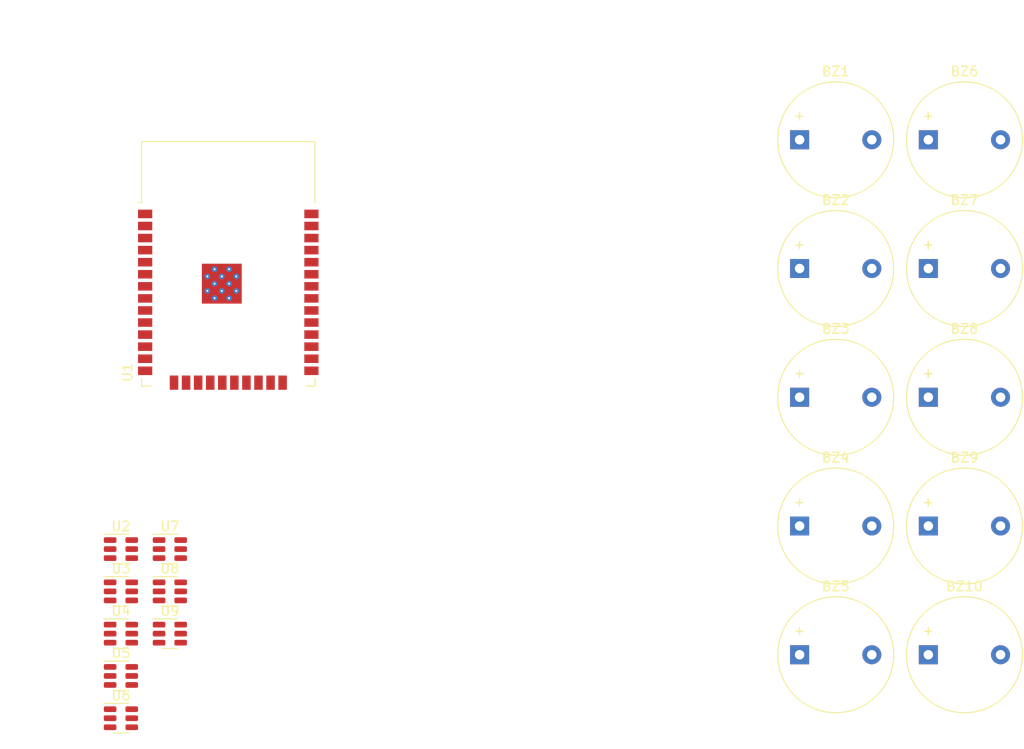
<source format=kicad_pcb>
(kicad_pcb (version 20221018) (generator pcbnew)
  (layers (0 "F.Cu" signal) (31 "B.Cu" signal) (34 "B.Paste" user) (35 "F.Paste" user) (36 "B.SilkS" user "B.Silkscreen") (37 "F.SilkS" user "F.Silkscreen") (38 "B.Mask" user) (39 "F.Mask" user) (44 "Edge.Cuts" user))
  (net 0 "")
  (net 1 "GND")
  (net 2 "+3.3V")
  (net 10 "Net-(BZ1--)")
  (net 32 "Net-(U1-IO21)")
  (net 35 "Net-(U1-IO22)")
  (footprint "Buzzer_Beeper:Buzzer_12x9.5RM7.6" (layer "F.Cu") (at 212.53 66.03)
    (fp_text reference "BZ2" (at 3.8 -7.2) (layer "F.SilkS"))
    (fp_text value "Buzzer")
    (fp_text user "+" (at -0.01 -2.54) (layer "F.SilkS"))
    (fp_circle (center 3.8 0) (end 9.9 0) (stroke (width 0.12)) (fill none) (layer "F.SilkS"))
    (pad "1" thru_hole rect (at 0 0) (size 2 2) (drill 1) (layers "*.Cu" "*.Mask") (net 10 "Net-(BZ1--)"))
    (pad "2" thru_hole circle (at 7.6 0) (size 2 2) (drill 1) (layers "*.Cu" "*.Mask") (net 1 "GND"))
  )
  (footprint "Package_TO_SOT_SMD:SOT-23-6" (layer "F.Cu") (at 146.2525 95.56)
    (fp_text reference "U7" (at 0 -2.4) (layer "F.SilkS"))
    (fp_text value "TMP100")
    (fp_line (start 0 -1.56) (end -1.8 -1.56) (stroke (width 0.12)) (layer "F.SilkS"))
    (fp_line (start 0 -1.56) (end 0.8 -1.56) (stroke (width 0.12)) (layer "F.SilkS"))
    (fp_line (start 0 1.56) (end -0.8 1.56) (stroke (width 0.12)) (layer "F.SilkS"))
    (fp_line (start 0 1.56) (end 0.8 1.56) (stroke (width 0.12)) (layer "F.SilkS"))
    (pad "1" smd roundrect (at -1.1375 -0.95) (size 1.325 0.6) (layers "F.Cu" "F.Paste" "F.Mask") (net 35 "Net-(U1-IO22)"))
    (pad "2" smd roundrect (at -1.1375 0) (size 1.325 0.6) (layers "F.Cu" "F.Paste" "F.Mask") (net 1 "GND"))
    (pad "3" smd roundrect (at -1.1375 0.95) (size 1.325 0.6) (layers "F.Cu" "F.Paste" "F.Mask") (net 1 "GND"))
    (pad "4" smd roundrect (at 1.1375 0.95) (size 1.325 0.6) (layers "F.Cu" "F.Paste" "F.Mask") (net 2 "+3.3V"))
    (pad "5" smd roundrect (at 1.1375 0) (size 1.325 0.6) (layers "F.Cu" "F.Paste" "F.Mask") (net 2 "+3.3V"))
    (pad "6" smd roundrect (at 1.1375 -0.95) (size 1.325 0.6) (layers "F.Cu" "F.Paste" "F.Mask") (net 32 "Net-(U1-IO21)"))
  )
  (footprint "Package_TO_SOT_SMD:SOT-23-6" (layer "F.Cu") (at 141.1025 95.56)
    (fp_text reference "U2" (at 0 -2.4) (layer "F.SilkS"))
    (fp_text value "TMP100")
    (fp_line (start 0 -1.56) (end -1.8 -1.56) (stroke (width 0.12)) (layer "F.SilkS"))
    (fp_line (start 0 -1.56) (end 0.8 -1.56) (stroke (width 0.12)) (layer "F.SilkS"))
    (fp_line (start 0 1.56) (end -0.8 1.56) (stroke (width 0.12)) (layer "F.SilkS"))
    (fp_line (start 0 1.56) (end 0.8 1.56) (stroke (width 0.12)) (layer "F.SilkS"))
    (pad "1" smd roundrect (at -1.1375 -0.95) (size 1.325 0.6) (layers "F.Cu" "F.Paste" "F.Mask") (net 35 "Net-(U1-IO22)"))
    (pad "2" smd roundrect (at -1.1375 0) (size 1.325 0.6) (layers "F.Cu" "F.Paste" "F.Mask") (net 1 "GND"))
    (pad "3" smd roundrect (at -1.1375 0.95) (size 1.325 0.6) (layers "F.Cu" "F.Paste" "F.Mask"))
    (pad "4" smd roundrect (at 1.1375 0.95) (size 1.325 0.6) (layers "F.Cu" "F.Paste" "F.Mask") (net 2 "+3.3V"))
    (pad "5" smd roundrect (at 1.1375 0) (size 1.325 0.6) (layers "F.Cu" "F.Paste" "F.Mask") (net 2 "+3.3V"))
    (pad "6" smd roundrect (at 1.1375 -0.95) (size 1.325 0.6) (layers "F.Cu" "F.Paste" "F.Mask") (net 32 "Net-(U1-IO21)"))
  )
  (footprint "Buzzer_Beeper:Buzzer_12x9.5RM7.6" (layer "F.Cu") (at 212.53 106.68)
    (fp_text reference "BZ5" (at 3.8 -7.2) (layer "F.SilkS"))
    (fp_text value "Buzzer")
    (fp_text user "+" (at -0.01 -2.54) (layer "F.SilkS"))
    (fp_circle (center 3.8 0) (end 9.9 0) (stroke (width 0.12)) (fill none) (layer "F.SilkS"))
    (pad "1" thru_hole rect (at 0 0) (size 2 2) (drill 1) (layers "*.Cu" "*.Mask") (net 10 "Net-(BZ1--)"))
    (pad "2" thru_hole circle (at 7.6 0) (size 2 2) (drill 1) (layers "*.Cu" "*.Mask") (net 1 "GND"))
  )
  (footprint "Buzzer_Beeper:Buzzer_12x9.5RM7.6" (layer "F.Cu") (at 226.08 93.13)
    (fp_text reference "BZ9" (at 3.8 -7.2) (layer "F.SilkS"))
    (fp_text value "Buzzer")
    (fp_text user "+" (at -0.01 -2.54) (layer "F.SilkS"))
    (fp_circle (center 3.8 0) (end 9.9 0) (stroke (width 0.12)) (fill none) (layer "F.SilkS"))
    (pad "1" thru_hole rect (at 0 0) (size 2 2) (drill 1) (layers "*.Cu" "*.Mask") (net 10 "Net-(BZ1--)"))
    (pad "2" thru_hole circle (at 7.6 0) (size 2 2) (drill 1) (layers "*.Cu" "*.Mask") (net 1 "GND"))
  )
  (footprint "Package_TO_SOT_SMD:SOT-23-6" (layer "F.Cu") (at 146.2525 104.46)
    (fp_text reference "U9" (at 0 -2.4) (layer "F.SilkS"))
    (fp_text value "TMP100")
    (fp_line (start 0 -1.56) (end -1.8 -1.56) (stroke (width 0.12)) (layer "F.SilkS"))
    (fp_line (start 0 -1.56) (end 0.8 -1.56) (stroke (width 0.12)) (layer "F.SilkS"))
    (fp_line (start 0 1.56) (end -0.8 1.56) (stroke (width 0.12)) (layer "F.SilkS"))
    (fp_line (start 0 1.56) (end 0.8 1.56) (stroke (width 0.12)) (layer "F.SilkS"))
    (pad "1" smd roundrect (at -1.1375 -0.95) (size 1.325 0.6) (layers "F.Cu" "F.Paste" "F.Mask") (net 35 "Net-(U1-IO22)"))
    (pad "2" smd roundrect (at -1.1375 0) (size 1.325 0.6) (layers "F.Cu" "F.Paste" "F.Mask") (net 1 "GND"))
    (pad "3" smd roundrect (at -1.1375 0.95) (size 1.325 0.6) (layers "F.Cu" "F.Paste" "F.Mask") (net 1 "GND"))
    (pad "4" smd roundrect (at 1.1375 0.95) (size 1.325 0.6) (layers "F.Cu" "F.Paste" "F.Mask") (net 2 "+3.3V"))
    (pad "5" smd roundrect (at 1.1375 0) (size 1.325 0.6) (layers "F.Cu" "F.Paste" "F.Mask") (net 1 "GND"))
    (pad "6" smd roundrect (at 1.1375 -0.95) (size 1.325 0.6) (layers "F.Cu" "F.Paste" "F.Mask") (net 32 "Net-(U1-IO21)"))
  )
  (footprint "Buzzer_Beeper:Buzzer_12x9.5RM7.6" (layer "F.Cu") (at 212.53 93.13)
    (fp_text reference "BZ4" (at 3.8 -7.2) (layer "F.SilkS"))
    (fp_text value "Buzzer")
    (fp_text user "+" (at -0.01 -2.54) (layer "F.SilkS"))
    (fp_circle (center 3.8 0) (end 9.9 0) (stroke (width 0.12)) (fill none) (layer "F.SilkS"))
    (pad "1" thru_hole rect (at 0 0) (size 2 2) (drill 1) (layers "*.Cu" "*.Mask") (net 10 "Net-(BZ1--)"))
    (pad "2" thru_hole circle (at 7.6 0) (size 2 2) (drill 1) (layers "*.Cu" "*.Mask") (net 1 "GND"))
  )
  (footprint "Buzzer_Beeper:Buzzer_12x9.5RM7.6" (layer "F.Cu") (at 226.08 66.03)
    (fp_text reference "BZ7" (at 3.8 -7.2) (layer "F.SilkS"))
    (fp_text value "Buzzer")
    (fp_text user "+" (at -0.01 -2.54) (layer "F.SilkS"))
    (fp_circle (center 3.8 0) (end 9.9 0) (stroke (width 0.12)) (fill none) (layer "F.SilkS"))
    (pad "1" thru_hole rect (at 0 0) (size 2 2) (drill 1) (layers "*.Cu" "*.Mask") (net 10 "Net-(BZ1--)"))
    (pad "2" thru_hole circle (at 7.6 0) (size 2 2) (drill 1) (layers "*.Cu" "*.Mask") (net 1 "GND"))
  )
  (footprint "Package_TO_SOT_SMD:SOT-23-6" (layer "F.Cu") (at 141.1025 108.91)
    (fp_text reference "U5" (at 0 -2.4) (layer "F.SilkS"))
    (fp_text value "TMP100")
    (fp_line (start 0 -1.56) (end -1.8 -1.56) (stroke (width 0.12)) (layer "F.SilkS"))
    (fp_line (start 0 -1.56) (end 0.8 -1.56) (stroke (width 0.12)) (layer "F.SilkS"))
    (fp_line (start 0 1.56) (end -0.8 1.56) (stroke (width 0.12)) (layer "F.SilkS"))
    (fp_line (start 0 1.56) (end 0.8 1.56) (stroke (width 0.12)) (layer "F.SilkS"))
    (pad "1" smd roundrect (at -1.1375 -0.95) (size 1.325 0.6) (layers "F.Cu" "F.Paste" "F.Mask") (net 35 "Net-(U1-IO22)"))
    (pad "2" smd roundrect (at -1.1375 0) (size 1.325 0.6) (layers "F.Cu" "F.Paste" "F.Mask") (net 1 "GND"))
    (pad "3" smd roundrect (at -1.1375 0.95) (size 1.325 0.6) (layers "F.Cu" "F.Paste" "F.Mask") (net 2 "+3.3V"))
    (pad "4" smd roundrect (at 1.1375 0.95) (size 1.325 0.6) (layers "F.Cu" "F.Paste" "F.Mask") (net 2 "+3.3V"))
    (pad "5" smd roundrect (at 1.1375 0) (size 1.325 0.6) (layers "F.Cu" "F.Paste" "F.Mask"))
    (pad "6" smd roundrect (at 1.1375 -0.95) (size 1.325 0.6) (layers "F.Cu" "F.Paste" "F.Mask") (net 32 "Net-(U1-IO21)"))
  )
  (footprint "Buzzer_Beeper:Buzzer_12x9.5RM7.6" (layer "F.Cu") (at 226.08 106.68)
    (fp_text reference "BZ10" (at 3.8 -7.2) (layer "F.SilkS"))
    (fp_text value "Buzzer")
    (fp_text user "+" (at -0.01 -2.54) (layer "F.SilkS"))
    (fp_circle (center 3.8 0) (end 9.9 0) (stroke (width 0.12)) (fill none) (layer "F.SilkS"))
    (pad "1" thru_hole rect (at 0 0) (size 2 2) (drill 1) (layers "*.Cu" "*.Mask") (net 10 "Net-(BZ1--)"))
    (pad "2" thru_hole circle (at 7.6 0) (size 2 2) (drill 1) (layers "*.Cu" "*.Mask") (net 1 "GND"))
  )
  (footprint "Package_TO_SOT_SMD:SOT-23-6" (layer "F.Cu") (at 141.1025 104.46)
    (fp_text reference "U4" (at 0 -2.4) (layer "F.SilkS"))
    (fp_text value "TMP100")
    (fp_line (start 0 -1.56) (end -1.8 -1.56) (stroke (width 0.12)) (layer "F.SilkS"))
    (fp_line (start 0 -1.56) (end 0.8 -1.56) (stroke (width 0.12)) (layer "F.SilkS"))
    (fp_line (start 0 1.56) (end -0.8 1.56) (stroke (width 0.12)) (layer "F.SilkS"))
    (fp_line (start 0 1.56) (end 0.8 1.56) (stroke (width 0.12)) (layer "F.SilkS"))
    (pad "1" smd roundrect (at -1.1375 -0.95) (size 1.325 0.6) (layers "F.Cu" "F.Paste" "F.Mask") (net 35 "Net-(U1-IO22)"))
    (pad "2" smd roundrect (at -1.1375 0) (size 1.325 0.6) (layers "F.Cu" "F.Paste" "F.Mask") (net 1 "GND"))
    (pad "3" smd roundrect (at -1.1375 0.95) (size 1.325 0.6) (layers "F.Cu" "F.Paste" "F.Mask") (net 2 "+3.3V"))
    (pad "4" smd roundrect (at 1.1375 0.95) (size 1.325 0.6) (layers "F.Cu" "F.Paste" "F.Mask") (net 2 "+3.3V"))
    (pad "5" smd roundrect (at 1.1375 0) (size 1.325 0.6) (layers "F.Cu" "F.Paste" "F.Mask") (net 2 "+3.3V"))
    (pad "6" smd roundrect (at 1.1375 -0.95) (size 1.325 0.6) (layers "F.Cu" "F.Paste" "F.Mask") (net 32 "Net-(U1-IO21)"))
  )
  (footprint "RF_Module:ESP32-WROOM-32" (layer "F.Cu") (at 152.4 68.535)
    (fp_text reference "U1" (at -10.61 8.43 90) (layer "F.SilkS"))
    (fp_text value "ESP32-WROOM-32")
    (fp_line (start -9.12 -15.86) (end -9.12 -9.445) (stroke (width 0.12)) (layer "F.SilkS"))
    (fp_line (start -9.12 -15.86) (end 9.12 -15.86) (stroke (width 0.12)) (layer "F.SilkS"))
    (fp_line (start -9.12 -9.445) (end -9.5 -9.445) (stroke (width 0.12)) (layer "F.SilkS"))
    (fp_line (start -9.12 9.1) (end -9.12 9.88) (stroke (width 0.12)) (layer "F.SilkS"))
    (fp_line (start -9.12 9.88) (end -8.12 9.88) (stroke (width 0.12)) (layer "F.SilkS"))
    (fp_line (start 9.12 -15.86) (end 9.12 -9.445) (stroke (width 0.12)) (layer "F.SilkS"))
    (fp_line (start 9.12 9.1) (end 9.12 9.88) (stroke (width 0.12)) (layer "F.SilkS"))
    (fp_line (start 9.12 9.88) (end 8.12 9.88) (stroke (width 0.12)) (layer "F.SilkS"))
    (pad "1" smd rect (at -8.75 -8.25) (size 1.5 0.9) (layers "F.Cu" "F.Paste" "F.Mask") (net 1 "GND"))
    (pad "2" smd rect (at -8.75 -6.98) (size 1.5 0.9) (layers "F.Cu" "F.Paste" "F.Mask") (net 2 "+3.3V"))
    (pad "3" smd rect (at -8.75 -5.71) (size 1.5 0.9) (layers "F.Cu" "F.Paste" "F.Mask"))
    (pad "4" smd rect (at -8.75 -4.44) (size 1.5 0.9) (layers "F.Cu" "F.Paste" "F.Mask"))
    (pad "5" smd rect (at -8.75 -3.17) (size 1.5 0.9) (layers "F.Cu" "F.Paste" "F.Mask"))
    (pad "6" smd rect (at -8.75 -1.9) (size 1.5 0.9) (layers "F.Cu" "F.Paste" "F.Mask"))
    (pad "7" smd rect (at -8.75 -0.63) (size 1.5 0.9) (layers "F.Cu" "F.Paste" "F.Mask"))
    (pad "8" smd rect (at -8.75 0.64) (size 1.5 0.9) (layers "F.Cu" "F.Paste" "F.Mask"))
    (pad "9" smd rect (at -8.75 1.91) (size 1.5 0.9) (layers "F.Cu" "F.Paste" "F.Mask"))
    (pad "10" smd rect (at -8.75 3.18) (size 1.5 0.9) (layers "F.Cu" "F.Paste" "F.Mask") (net 10 "Net-(BZ1--)"))
    (pad "11" smd rect (at -8.75 4.45) (size 1.5 0.9) (layers "F.Cu" "F.Paste" "F.Mask"))
    (pad "12" smd rect (at -8.75 5.72) (size 1.5 0.9) (layers "F.Cu" "F.Paste" "F.Mask"))
    (pad "13" smd rect (at -8.75 6.99) (size 1.5 0.9) (layers "F.Cu" "F.Paste" "F.Mask"))
    (pad "14" smd rect (at -8.75 8.26) (size 1.5 0.9) (layers "F.Cu" "F.Paste" "F.Mask"))
    (pad "15" smd rect (at -5.71 9.51 90) (size 1.5 0.9) (layers "F.Cu" "F.Paste" "F.Mask") (net 1 "GND"))
    (pad "16" smd rect (at -4.44 9.51 90) (size 1.5 0.9) (layers "F.Cu" "F.Paste" "F.Mask"))
    (pad "17" smd rect (at -3.17 9.51 90) (size 1.5 0.9) (layers "F.Cu" "F.Paste" "F.Mask"))
    (pad "18" smd rect (at -1.9 9.51 90) (size 1.5 0.9) (layers "F.Cu" "F.Paste" "F.Mask"))
    (pad "19" smd rect (at -0.63 9.51 90) (size 1.5 0.9) (layers "F.Cu" "F.Paste" "F.Mask"))
    (pad "20" smd rect (at 0.64 9.51 90) (size 1.5 0.9) (layers "F.Cu" "F.Paste" "F.Mask"))
    (pad "21" smd rect (at 1.91 9.51 90) (size 1.5 0.9) (layers "F.Cu" "F.Paste" "F.Mask"))
    (pad "22" smd rect (at 3.18 9.51 90) (size 1.5 0.9) (layers "F.Cu" "F.Paste" "F.Mask"))
    (pad "23" smd rect (at 4.45 9.51 90) (size 1.5 0.9) (layers "F.Cu" "F.Paste" "F.Mask"))
    (pad "24" smd rect (at 5.72 9.51 90) (size 1.5 0.9) (layers "F.Cu" "F.Paste" "F.Mask"))
    (pad "25" smd rect (at 8.75 8.26) (size 1.5 0.9) (layers "F.Cu" "F.Paste" "F.Mask"))
    (pad "26" smd rect (at 8.75 6.99) (size 1.5 0.9) (layers "F.Cu" "F.Paste" "F.Mask"))
    (pad "27" smd rect (at 8.75 5.72) (size 1.5 0.9) (layers "F.Cu" "F.Paste" "F.Mask"))
    (pad "28" smd rect (at 8.75 4.45) (size 1.5 0.9) (layers "F.Cu" "F.Paste" "F.Mask"))
    (pad "29" smd rect (at 8.75 3.18) (size 1.5 0.9) (layers "F.Cu" "F.Paste" "F.Mask"))
    (pad "30" smd rect (at 8.75 1.91) (size 1.5 0.9) (layers "F.Cu" "F.Paste" "F.Mask"))
    (pad "31" smd rect (at 8.75 0.64) (size 1.5 0.9) (layers "F.Cu" "F.Paste" "F.Mask"))
    (pad "32" smd rect (at 8.75 -0.63) (size 1.5 0.9) (layers "F.Cu" "F.Paste" "F.Mask"))
    (pad "33" smd rect (at 8.75 -1.9) (size 1.5 0.9) (layers "F.Cu" "F.Paste" "F.Mask") (net 32 "Net-(U1-IO21)"))
    (pad "34" smd rect (at 8.75 -3.17) (size 1.5 0.9) (layers "F.Cu" "F.Paste" "F.Mask"))
    (pad "35" smd rect (at 8.75 -4.44) (size 1.5 0.9) (layers "F.Cu" "F.Paste" "F.Mask"))
    (pad "36" smd rect (at 8.75 -5.71) (size 1.5 0.9) (layers "F.Cu" "F.Paste" "F.Mask") (net 35 "Net-(U1-IO22)"))
    (pad "37" smd rect (at 8.75 -6.98) (size 1.5 0.9) (layers "F.Cu" "F.Paste" "F.Mask"))
    (pad "38" smd rect (at 8.75 -8.25) (size 1.5 0.9) (layers "F.Cu" "F.Paste" "F.Mask") (net 1 "GND"))
    (pad "39" smd rect (at -2.205 -2.435) (size 1.05 1.05) (layers "F.Cu" "F.Paste") (net 1 "GND"))
    (pad "39" thru_hole circle (at -2.205 -1.6725) (size 0.6 0.6) (drill 0.2) (property pad_prop_heatsink) (layers "*.Cu" "F.Mask") (net 1 "GND"))
    (pad "39" smd rect (at -2.205 -0.91) (size 1.05 1.05) (layers "F.Cu" "F.Paste") (net 1 "GND"))
    (pad "39" thru_hole circle (at -2.205 -0.1475) (size 0.6 0.6) (drill 0.2) (property pad_prop_heatsink) (layers "*.Cu" "F.Mask") (net 1 "GND"))
    (pad "39" smd rect (at -2.205 0.615) (size 1.05 1.05) (layers "F.Cu" "F.Paste") (net 1 "GND"))
    (pad "39" thru_hole circle (at -1.4425 -2.435) (size 0.6 0.6) (drill 0.2) (property pad_prop_heatsink) (layers "*.Cu" "F.Mask") (net 1 "GND"))
    (pad "39" thru_hole circle (at -1.4425 -0.91) (size 0.6 0.6) (drill 0.2) (property pad_prop_heatsink) (layers "*.Cu" "F.Mask") (net 1 "GND"))
    (pad "39" thru_hole circle (at -1.4425 0.615) (size 0.6 0.6) (drill 0.2) (property pad_prop_heatsink) (layers "*.Cu" "F.Mask") (net 1 "GND"))
    (pad "39" smd rect (at -0.68 -2.435) (size 1.05 1.05) (layers "F.Cu" "F.Paste") (net 1 "GND"))
    (pad "39" thru_hole circle (at -0.68 -1.6725) (size 0.6 0.6) (drill 0.2) (property pad_prop_heatsink) (layers "*.Cu" "F.Mask") (net 1 "GND"))
    (pad "39" smd rect (at -0.68 -0.91) (size 1.05 1.05) (layers "F.Cu" "F.Paste") (net 1 "GND"))
    (pad "39" smd rect (at -0.68 -0.91) (size 4.2 4.2) (layers "F.Cu" "F.Mask") (net 1 "GND"))
    (pad "39" thru_hole circle (at -0.68 -0.1475) (size 0.6 0.6) (drill 0.2) (property pad_prop_heatsink) (layers "*.Cu" "F.Mask") (net 1 "GND"))
    (pad "39" smd rect (at -0.68 0.615) (size 1.05 1.05) (layers "F.Cu" "F.Paste") (net 1 "GND"))
    (pad "39" thru_hole circle (at 0.0825 -2.435) (size 0.6 0.6) (drill 0.2) (property pad_prop_heatsink) (layers "*.Cu" "F.Mask") (net 1 "GND"))
    (pad "39" thru_hole circle (at 0.0825 -0.91) (size 0.6 0.6) (drill 0.2) (property pad_prop_heatsink) (layers "*.Cu" "F.Mask") (net 1 "GND"))
    (pad "39" thru_hole circle (at 0.0825 0.615) (size 0.6 0.6) (drill 0.2) (property pad_prop_heatsink) (layers "*.Cu" "F.Mask") (net 1 "GND"))
    (pad "39" smd rect (at 0.845 -2.435) (size 1.05 1.05) (layers "F.Cu" "F.Paste") (net 1 "GND"))
    (pad "39" thru_hole circle (at 0.845 -1.6725) (size 0.6 0.6) (drill 0.2) (property pad_prop_heatsink) (layers "*.Cu" "F.Mask") (net 1 "GND"))
    (pad "39" smd rect (at 0.845 -0.91) (size 1.05 1.05) (layers "F.Cu" "F.Paste") (net 1 "GND"))
    (pad "39" thru_hole circle (at 0.845 -0.1475) (size 0.6 0.6) (drill 0.2) (property pad_prop_heatsink) (layers "*.Cu" "F.Mask") (net 1 "GND"))
    (pad "39" smd rect (at 0.845 0.615) (size 1.05 1.05) (layers "F.Cu" "F.Paste") (net 1 "GND"))
  )
  (footprint "Package_TO_SOT_SMD:SOT-23-6" (layer "F.Cu") (at 146.2525 100.01)
    (fp_text reference "U8" (at 0 -2.4) (layer "F.SilkS"))
    (fp_text value "TMP100")
    (fp_line (start 0 -1.56) (end -1.8 -1.56) (stroke (width 0.12)) (layer "F.SilkS"))
    (fp_line (start 0 -1.56) (end 0.8 -1.56) (stroke (width 0.12)) (layer "F.SilkS"))
    (fp_line (start 0 1.56) (end -0.8 1.56) (stroke (width 0.12)) (layer "F.SilkS"))
    (fp_line (start 0 1.56) (end 0.8 1.56) (stroke (width 0.12)) (layer "F.SilkS"))
    (pad "1" smd roundrect (at -1.1375 -0.95) (size 1.325 0.6) (layers "F.Cu" "F.Paste" "F.Mask") (net 35 "Net-(U1-IO22)"))
    (pad "2" smd roundrect (at -1.1375 0) (size 1.325 0.6) (layers "F.Cu" "F.Paste" "F.Mask") (net 1 "GND"))
    (pad "3" smd roundrect (at -1.1375 0.95) (size 1.325 0.6) (layers "F.Cu" "F.Paste" "F.Mask") (net 1 "GND"))
    (pad "4" smd roundrect (at 1.1375 0.95) (size 1.325 0.6) (layers "F.Cu" "F.Paste" "F.Mask") (net 2 "+3.3V"))
    (pad "5" smd roundrect (at 1.1375 0) (size 1.325 0.6) (layers "F.Cu" "F.Paste" "F.Mask"))
    (pad "6" smd roundrect (at 1.1375 -0.95) (size 1.325 0.6) (layers "F.Cu" "F.Paste" "F.Mask") (net 32 "Net-(U1-IO21)"))
  )
  (footprint "Buzzer_Beeper:Buzzer_12x9.5RM7.6" (layer "F.Cu") (at 226.08 52.48)
    (fp_text reference "BZ6" (at 3.8 -7.2) (layer "F.SilkS"))
    (fp_text value "Buzzer")
    (fp_text user "+" (at -0.01 -2.54) (layer "F.SilkS"))
    (fp_circle (center 3.8 0) (end 9.9 0) (stroke (width 0.12)) (fill none) (layer "F.SilkS"))
    (pad "1" thru_hole rect (at 0 0) (size 2 2) (drill 1) (layers "*.Cu" "*.Mask") (net 10 "Net-(BZ1--)"))
    (pad "2" thru_hole circle (at 7.6 0) (size 2 2) (drill 1) (layers "*.Cu" "*.Mask") (net 1 "GND"))
  )
  (footprint "Buzzer_Beeper:Buzzer_12x9.5RM7.6" (layer "F.Cu") (at 212.53 52.48)
    (fp_text reference "BZ1" (at 3.8 -7.2) (layer "F.SilkS"))
    (fp_text value "Buzzer")
    (fp_text user "+" (at -0.01 -2.54) (layer "F.SilkS"))
    (fp_circle (center 3.8 0) (end 9.9 0) (stroke (width 0.12)) (fill none) (layer "F.SilkS"))
    (pad "1" thru_hole rect (at 0 0) (size 2 2) (drill 1) (layers "*.Cu" "*.Mask") (net 10 "Net-(BZ1--)"))
    (pad "2" thru_hole circle (at 7.6 0) (size 2 2) (drill 1) (layers "*.Cu" "*.Mask") (net 1 "GND"))
  )
  (footprint "Buzzer_Beeper:Buzzer_12x9.5RM7.6" (layer "F.Cu") (at 226.08 79.58)
    (fp_text reference "BZ8" (at 3.8 -7.2) (layer "F.SilkS"))
    (fp_text value "Buzzer")
    (fp_text user "+" (at -0.01 -2.54) (layer "F.SilkS"))
    (fp_circle (center 3.8 0) (end 9.9 0) (stroke (width 0.12)) (fill none) (layer "F.SilkS"))
    (pad "1" thru_hole rect (at 0 0) (size 2 2) (drill 1) (layers "*.Cu" "*.Mask") (net 10 "Net-(BZ1--)"))
    (pad "2" thru_hole circle (at 7.6 0) (size 2 2) (drill 1) (layers "*.Cu" "*.Mask") (net 1 "GND"))
  )
  (footprint "Package_TO_SOT_SMD:SOT-23-6" (layer "F.Cu") (at 141.1025 113.36)
    (fp_text reference "U6" (at 0 -2.4) (layer "F.SilkS"))
    (fp_text value "TMP100")
    (fp_line (start 0 -1.56) (end -1.8 -1.56) (stroke (width 0.12)) (layer "F.SilkS"))
    (fp_line (start 0 -1.56) (end 0.8 -1.56) (stroke (width 0.12)) (layer "F.SilkS"))
    (fp_line (start 0 1.56) (end -0.8 1.56) (stroke (width 0.12)) (layer "F.SilkS"))
    (fp_line (start 0 1.56) (end 0.8 1.56) (stroke (width 0.12)) (layer "F.SilkS"))
    (pad "1" smd roundrect (at -1.1375 -0.95) (size 1.325 0.6) (layers "F.Cu" "F.Paste" "F.Mask") (net 35 "Net-(U1-IO22)"))
    (pad "2" smd roundrect (at -1.1375 0) (size 1.325 0.6) (layers "F.Cu" "F.Paste" "F.Mask") (net 1 "GND"))
    (pad "3" smd roundrect (at -1.1375 0.95) (size 1.325 0.6) (layers "F.Cu" "F.Paste" "F.Mask") (net 2 "+3.3V"))
    (pad "4" smd roundrect (at 1.1375 0.95) (size 1.325 0.6) (layers "F.Cu" "F.Paste" "F.Mask") (net 2 "+3.3V"))
    (pad "5" smd roundrect (at 1.1375 0) (size 1.325 0.6) (layers "F.Cu" "F.Paste" "F.Mask") (net 1 "GND"))
    (pad "6" smd roundrect (at 1.1375 -0.95) (size 1.325 0.6) (layers "F.Cu" "F.Paste" "F.Mask") (net 32 "Net-(U1-IO21)"))
  )
  (footprint "Package_TO_SOT_SMD:SOT-23-6" (layer "F.Cu") (at 141.1025 100.01)
    (fp_text reference "U3" (at 0 -2.4) (layer "F.SilkS"))
    (fp_text value "TMP100")
    (fp_line (start 0 -1.56) (end -1.8 -1.56) (stroke (width 0.12)) (layer "F.SilkS"))
    (fp_line (start 0 -1.56) (end 0.8 -1.56) (stroke (width 0.12)) (layer "F.SilkS"))
    (fp_line (start 0 1.56) (end -0.8 1.56) (stroke (width 0.12)) (layer "F.SilkS"))
    (fp_line (start 0 1.56) (end 0.8 1.56) (stroke (width 0.12)) (layer "F.SilkS"))
    (pad "1" smd roundrect (at -1.1375 -0.95) (size 1.325 0.6) (layers "F.Cu" "F.Paste" "F.Mask") (net 35 "Net-(U1-IO22)"))
    (pad "2" smd roundrect (at -1.1375 0) (size 1.325 0.6) (layers "F.Cu" "F.Paste" "F.Mask") (net 1 "GND"))
    (pad "3" smd roundrect (at -1.1375 0.95) (size 1.325 0.6) (layers "F.Cu" "F.Paste" "F.Mask"))
    (pad "4" smd roundrect (at 1.1375 0.95) (size 1.325 0.6) (layers "F.Cu" "F.Paste" "F.Mask") (net 2 "+3.3V"))
    (pad "5" smd roundrect (at 1.1375 0) (size 1.325 0.6) (layers "F.Cu" "F.Paste" "F.Mask") (net 1 "GND"))
    (pad "6" smd roundrect (at 1.1375 -0.95) (size 1.325 0.6) (layers "F.Cu" "F.Paste" "F.Mask") (net 32 "Net-(U1-IO21)"))
  )
  (footprint "Buzzer_Beeper:Buzzer_12x9.5RM7.6" (layer "F.Cu") (at 212.53 79.58)
    (fp_text reference "BZ3" (at 3.8 -7.2) (layer "F.SilkS"))
    (fp_text value "Buzzer")
    (fp_text user "+" (at -0.01 -2.54) (layer "F.SilkS"))
    (fp_circle (center 3.8 0) (end 9.9 0) (stroke (width 0.12)) (fill none) (layer "F.SilkS"))
    (pad "1" thru_hole rect (at 0 0) (size 2 2) (drill 1) (layers "*.Cu" "*.Mask") (net 10 "Net-(BZ1--)"))
    (pad "2" thru_hole circle (at 7.6 0) (size 2 2) (drill 1) (layers "*.Cu" "*.Mask") (net 1 "GND"))
  )
)
</source>
